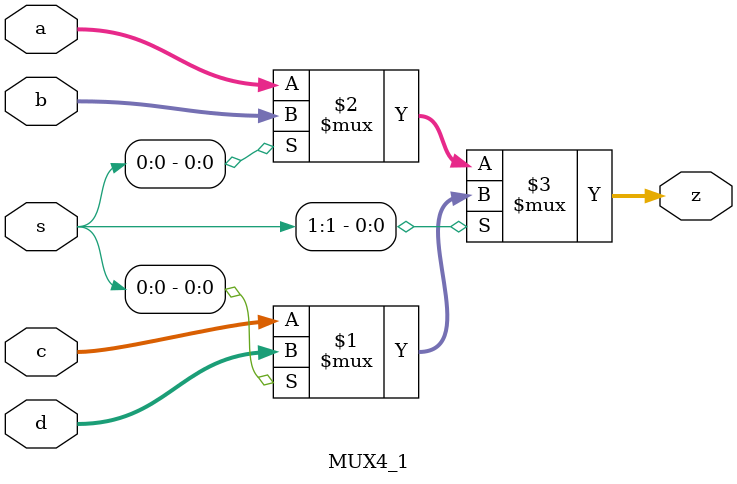
<source format=v>
`timescale 1ns / 1ps


module MUX4_1(
    input [31:0] a,
    input [31:0] b,
    input [31:0] c,
    input [31:0] d,
    input [1:0] s,
    output [31:0] z
    );
    assign z=s[1]?(s[0]?d:c):(s[0]?b:a);          
endmodule

</source>
